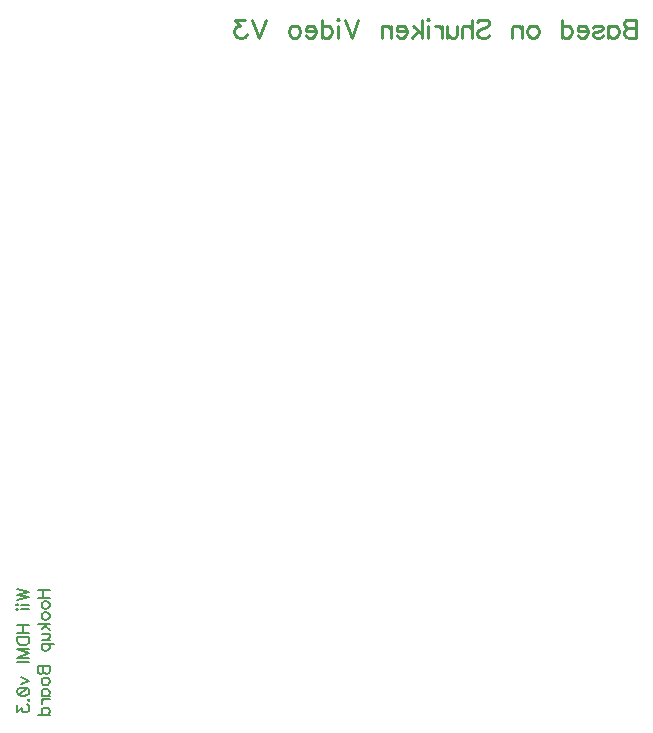
<source format=gbo>
G04 DipTrace 3.3.1.1*
G04 BottomSilk.gbo*
%MOIN*%
G04 #@! TF.FileFunction,Legend,Bot*
G04 #@! TF.Part,Single*
%ADD148C,0.006176*%
%ADD149C,0.009264*%
%FSLAX26Y26*%
G04*
G70*
G90*
G75*
G01*
G04 BotSilk*
%LPD*%
X2913288Y2855734D2*
D149*
Y2795446D1*
X2887422D1*
X2878800Y2798364D1*
X2875948Y2801216D1*
X2873096Y2806920D1*
Y2815542D1*
X2875948Y2821312D1*
X2878800Y2824164D1*
X2887422Y2827016D1*
X2878800Y2829934D1*
X2875948Y2832786D1*
X2873096Y2838489D1*
Y2844260D1*
X2875948Y2849963D1*
X2878800Y2852882D1*
X2887422Y2855734D1*
X2913288D1*
Y2827016D2*
X2887422D1*
X2820147Y2835638D2*
Y2795446D1*
Y2827016D2*
X2825851Y2832786D1*
X2831621Y2835638D1*
X2840177D1*
X2845947Y2832786D1*
X2851651Y2827016D1*
X2854569Y2818393D1*
Y2812690D1*
X2851651Y2804068D1*
X2845947Y2798364D1*
X2840177Y2795446D1*
X2831621D1*
X2825851Y2798364D1*
X2820147Y2804068D1*
X2770050Y2827016D2*
X2772902Y2832786D1*
X2781524Y2835638D1*
X2790146D1*
X2798768Y2832786D1*
X2801620Y2827016D1*
X2798768Y2821312D1*
X2792998Y2818393D1*
X2778672Y2815542D1*
X2772902Y2812690D1*
X2770050Y2806920D1*
Y2804068D1*
X2772902Y2798364D1*
X2781524Y2795446D1*
X2790146D1*
X2798768Y2798364D1*
X2801620Y2804068D1*
X2751523Y2818393D2*
X2717101D1*
Y2824164D1*
X2719953Y2829934D1*
X2722805Y2832786D1*
X2728575Y2835638D1*
X2737197D1*
X2742901Y2832786D1*
X2748671Y2827016D1*
X2751523Y2818393D1*
Y2812690D1*
X2748671Y2804068D1*
X2742901Y2798364D1*
X2737197Y2795446D1*
X2728575D1*
X2722805Y2798364D1*
X2717101Y2804068D1*
X2664152Y2855734D2*
Y2795446D1*
Y2827016D2*
X2669856Y2832786D1*
X2675626Y2835638D1*
X2684248D1*
X2689952Y2832786D1*
X2695722Y2827016D1*
X2698574Y2818393D1*
Y2812690D1*
X2695722Y2804068D1*
X2689952Y2798364D1*
X2684248Y2795446D1*
X2675626D1*
X2669856Y2798364D1*
X2664152Y2804068D1*
X2572978Y2835638D2*
X2578682Y2832786D1*
X2584452Y2827016D1*
X2587304Y2818393D1*
Y2812690D1*
X2584452Y2804068D1*
X2578682Y2798364D1*
X2572978Y2795446D1*
X2564356D1*
X2558586Y2798364D1*
X2552882Y2804068D1*
X2549964Y2812690D1*
Y2818393D1*
X2552882Y2827016D1*
X2558586Y2832786D1*
X2564356Y2835638D1*
X2572978D1*
X2531437D2*
Y2795446D1*
Y2824164D2*
X2522815Y2832786D1*
X2517044Y2835638D1*
X2508489D1*
X2502719Y2832786D1*
X2499867Y2824164D1*
Y2795446D1*
X2382826Y2847112D2*
X2388530Y2852882D1*
X2397152Y2855734D1*
X2408626D1*
X2417248Y2852882D1*
X2423018Y2847112D1*
Y2841408D1*
X2420100Y2835638D1*
X2417248Y2832786D1*
X2411545Y2829934D1*
X2394300Y2824164D1*
X2388530Y2821312D1*
X2385678Y2818393D1*
X2382826Y2812690D1*
Y2804068D1*
X2388530Y2798364D1*
X2397152Y2795446D1*
X2408626D1*
X2417248Y2798364D1*
X2423018Y2804068D1*
X2364299Y2855734D2*
Y2795446D1*
Y2824164D2*
X2355677Y2832786D1*
X2349907Y2835638D1*
X2341285D1*
X2335581Y2832786D1*
X2332729Y2824164D1*
Y2795446D1*
X2314202Y2835638D2*
Y2806920D1*
X2311350Y2798364D1*
X2305580Y2795446D1*
X2296958D1*
X2291254Y2798364D1*
X2282632Y2806920D1*
Y2835638D2*
Y2795446D1*
X2264105Y2835638D2*
Y2795446D1*
Y2818393D2*
X2261187Y2827016D1*
X2255483Y2832786D1*
X2249713Y2835638D1*
X2241091D1*
X2222564Y2855734D2*
X2219712Y2852882D1*
X2216794Y2855734D1*
X2219712Y2858652D1*
X2222564Y2855734D1*
X2219712Y2835638D2*
Y2795446D1*
X2198267Y2855734D2*
Y2795446D1*
X2169549Y2835638D2*
X2198267Y2806920D1*
X2186793Y2818393D2*
X2166697Y2795446D1*
X2148170Y2818393D2*
X2113748D1*
Y2824164D1*
X2116600Y2829934D1*
X2119452Y2832786D1*
X2125222Y2835638D1*
X2133844D1*
X2139548Y2832786D1*
X2145318Y2827016D1*
X2148170Y2818393D1*
Y2812690D1*
X2145318Y2804068D1*
X2139548Y2798364D1*
X2133844Y2795446D1*
X2125222D1*
X2119452Y2798364D1*
X2113748Y2804068D1*
X2095221Y2835638D2*
Y2795446D1*
Y2824164D2*
X2086599Y2832786D1*
X2080828Y2835638D1*
X2072273D1*
X2066503Y2832786D1*
X2063651Y2824164D1*
Y2795446D1*
X1986802Y2855734D2*
X1963855Y2795446D1*
X1940907Y2855734D1*
X1922380D2*
X1919528Y2852882D1*
X1916609Y2855734D1*
X1919528Y2858652D1*
X1922380Y2855734D1*
X1919528Y2835638D2*
Y2795446D1*
X1863660Y2855734D2*
Y2795446D1*
Y2827016D2*
X1869364Y2832786D1*
X1875134Y2835638D1*
X1883756D1*
X1889460Y2832786D1*
X1895230Y2827016D1*
X1898082Y2818393D1*
Y2812690D1*
X1895230Y2804068D1*
X1889460Y2798364D1*
X1883756Y2795446D1*
X1875134D1*
X1869364Y2798364D1*
X1863660Y2804068D1*
X1845133Y2818393D2*
X1810711D1*
Y2824164D1*
X1813563Y2829934D1*
X1816415Y2832786D1*
X1822185Y2835638D1*
X1830807D1*
X1836511Y2832786D1*
X1842281Y2827016D1*
X1845133Y2818393D1*
Y2812690D1*
X1842281Y2804068D1*
X1836511Y2798364D1*
X1830807Y2795446D1*
X1822185D1*
X1816415Y2798364D1*
X1810711Y2804068D1*
X1777859Y2835638D2*
X1783562Y2832786D1*
X1789332Y2827016D1*
X1792184Y2818393D1*
Y2812690D1*
X1789332Y2804068D1*
X1783562Y2798364D1*
X1777859Y2795446D1*
X1769236D1*
X1763466Y2798364D1*
X1757763Y2804068D1*
X1754844Y2812690D1*
Y2818393D1*
X1757763Y2827016D1*
X1763466Y2832786D1*
X1769236Y2835638D1*
X1777859D1*
X1677996Y2855734D2*
X1655048Y2795446D1*
X1632100Y2855734D1*
X1607803Y2855667D2*
X1576299D1*
X1593477Y2832719D1*
X1584855D1*
X1579151Y2829867D1*
X1576299Y2827016D1*
X1573381Y2818393D1*
Y2812690D1*
X1576299Y2804068D1*
X1582003Y2798297D1*
X1590625Y2795446D1*
X1599247D1*
X1607803Y2798297D1*
X1610655Y2801216D1*
X1613573Y2806920D1*
X848793Y958170D2*
D148*
X888985Y948576D1*
X848793Y939025D1*
X888985Y929474D1*
X848793Y919880D1*
Y907528D2*
X850694Y905627D1*
X848793Y903681D1*
X846847Y905627D1*
X848793Y907528D1*
X862190Y905627D2*
X888985D1*
X848793Y891330D2*
X850694Y889429D1*
X848793Y887483D1*
X846847Y889429D1*
X848793Y891330D1*
X862190Y889429D2*
X888985D1*
X848793Y836251D2*
X888985D1*
X848793Y809456D2*
X888985D1*
X867938Y836251D2*
Y809456D1*
X848793Y797105D2*
X888985D1*
Y783708D1*
X887039Y777960D1*
X883237Y774113D1*
X879390Y772212D1*
X873686Y770310D1*
X864091D1*
X858343Y772212D1*
X854541Y774113D1*
X850694Y777960D1*
X848793Y783708D1*
Y797105D1*
X888985Y727362D2*
X848793D1*
X888985Y742660D1*
X848793Y757959D1*
X888985D1*
X848793Y715010D2*
X888985D1*
X862190Y663778D2*
X888985Y652282D1*
X862190Y640830D1*
X848837Y616983D2*
X850738Y622731D1*
X856486Y626578D1*
X866037Y628479D1*
X871785D1*
X881335Y626578D1*
X887083Y622731D1*
X888985Y616983D1*
Y613180D1*
X887083Y607432D1*
X881335Y603630D1*
X871785Y601684D1*
X866037D1*
X856486Y603630D1*
X850738Y607432D1*
X848837Y613180D1*
Y616983D1*
X856486Y603630D2*
X881335Y626578D1*
X885138Y587432D2*
X887083Y589333D1*
X888985Y587432D1*
X887083Y585486D1*
X885138Y587432D1*
X848837Y569288D2*
Y548286D1*
X864136Y559737D1*
Y553989D1*
X866037Y550187D1*
X867938Y548286D1*
X873686Y546340D1*
X877489D1*
X883237Y548286D1*
X887083Y552088D1*
X888985Y557836D1*
Y563584D1*
X887083Y569288D1*
X885138Y571189D1*
X881335Y573135D1*
X917543Y955698D2*
X957735D1*
X917543Y928904D2*
X957735D1*
X936689Y955698D2*
Y928904D1*
X930941Y907002D2*
X932842Y910804D1*
X936689Y914651D1*
X942437Y916552D1*
X946239D1*
X951987Y914651D1*
X955790Y910804D1*
X957735Y907002D1*
Y901254D1*
X955790Y897407D1*
X951987Y893604D1*
X946239Y891659D1*
X942437D1*
X936689Y893604D1*
X932842Y897407D1*
X930941Y901254D1*
Y907002D1*
Y869757D2*
X932842Y873559D1*
X936689Y877406D1*
X942437Y879307D1*
X946239D1*
X951987Y877406D1*
X955790Y873559D1*
X957735Y869757D1*
Y864009D1*
X955790Y860162D1*
X951987Y856359D1*
X946239Y854414D1*
X942437D1*
X936689Y856359D1*
X932842Y860162D1*
X930941Y864009D1*
Y869757D1*
X917543Y842063D2*
X957735D1*
X930941Y822917D2*
X950086Y842063D1*
X942437Y834413D2*
X957735Y821016D1*
X930941Y808665D2*
X950086D1*
X955790Y806763D1*
X957735Y802916D1*
Y797168D1*
X955790Y793366D1*
X950086Y787618D1*
X930941D2*
X957735D1*
X930941Y775266D2*
X971133D1*
X936689D2*
X932886Y771420D1*
X930941Y767617D1*
Y761869D1*
X932886Y758022D1*
X936689Y754220D1*
X942437Y752274D1*
X946284D1*
X951987Y754220D1*
X955834Y758022D1*
X957735Y761869D1*
Y767617D1*
X955834Y771420D1*
X951987Y775266D1*
X917543Y701042D2*
X957735D1*
Y683798D1*
X955790Y678050D1*
X953889Y676149D1*
X950086Y674248D1*
X944338D1*
X940491Y676149D1*
X938590Y678050D1*
X936689Y683798D1*
X934743Y678050D1*
X932842Y676149D1*
X929039Y674248D1*
X925193D1*
X921390Y676149D1*
X919445Y678050D1*
X917543Y683798D1*
Y701042D1*
X936689D2*
Y683798D1*
X930941Y652346D2*
X932842Y656148D1*
X936689Y659995D1*
X942437Y661896D1*
X946239D1*
X951987Y659995D1*
X955790Y656148D1*
X957735Y652346D1*
Y646598D1*
X955790Y642751D1*
X951987Y638948D1*
X946239Y637003D1*
X942437D1*
X936689Y638948D1*
X932842Y642751D1*
X930941Y646598D1*
Y652346D1*
Y601703D2*
X957735D1*
X936689D2*
X932842Y605506D1*
X930941Y609353D1*
Y615057D1*
X932842Y618903D1*
X936689Y622706D1*
X942437Y624651D1*
X946239D1*
X951987Y622706D1*
X955790Y618903D1*
X957735Y615057D1*
Y609353D1*
X955790Y605506D1*
X951987Y601703D1*
X930941Y589352D2*
X957735D1*
X942437D2*
X936689Y587407D1*
X932842Y583604D1*
X930941Y579757D1*
Y574009D1*
X917543Y538710D2*
X957735D1*
X936689D2*
X932842Y542513D1*
X930941Y546359D1*
Y552107D1*
X932842Y555910D1*
X936689Y559757D1*
X942437Y561658D1*
X946239D1*
X951987Y559757D1*
X955790Y555910D1*
X957735Y552107D1*
Y546359D1*
X955790Y542513D1*
X951987Y538710D1*
M02*

</source>
